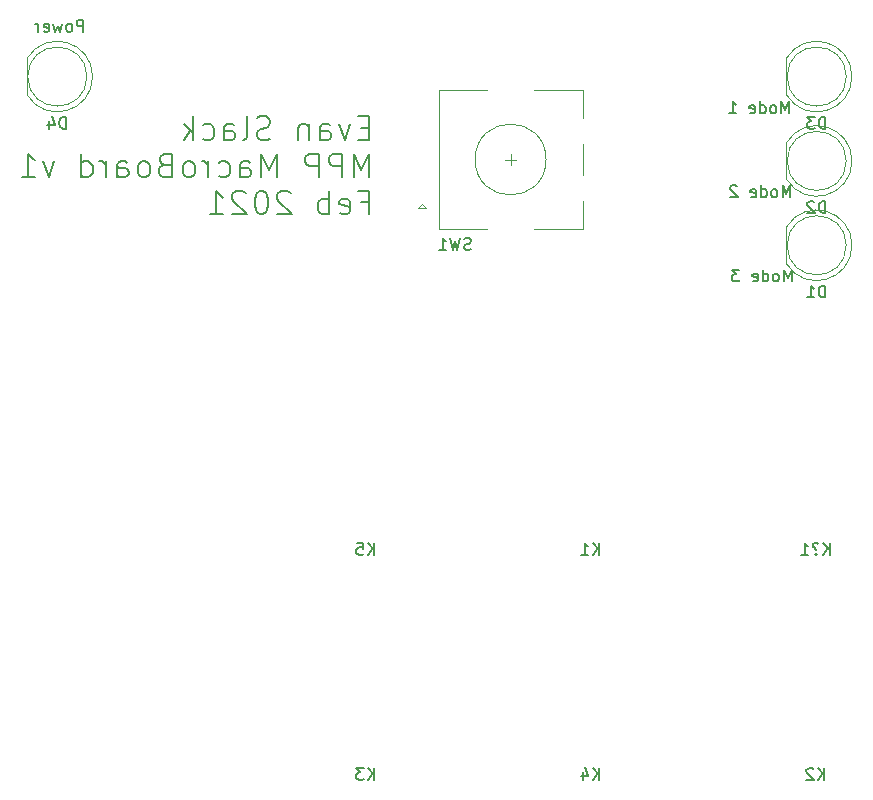
<source format=gbo>
%TF.GenerationSoftware,KiCad,Pcbnew,(5.1.9)-1*%
%TF.CreationDate,2021-02-07T17:12:47-05:00*%
%TF.ProjectId,MacroBoard,4d616372-6f42-46f6-9172-642e6b696361,rev?*%
%TF.SameCoordinates,Original*%
%TF.FileFunction,Legend,Bot*%
%TF.FilePolarity,Positive*%
%FSLAX46Y46*%
G04 Gerber Fmt 4.6, Leading zero omitted, Abs format (unit mm)*
G04 Created by KiCad (PCBNEW (5.1.9)-1) date 2021-02-07 17:12:47*
%MOMM*%
%LPD*%
G01*
G04 APERTURE LIST*
%ADD10C,0.150000*%
%ADD11C,0.120000*%
%ADD12C,0.200000*%
G04 APERTURE END LIST*
D10*
X183723809Y-55452380D02*
X183723809Y-54452380D01*
X183390476Y-55166666D01*
X183057142Y-54452380D01*
X183057142Y-55452380D01*
X182438095Y-55452380D02*
X182533333Y-55404761D01*
X182580952Y-55357142D01*
X182628571Y-55261904D01*
X182628571Y-54976190D01*
X182580952Y-54880952D01*
X182533333Y-54833333D01*
X182438095Y-54785714D01*
X182295238Y-54785714D01*
X182200000Y-54833333D01*
X182152380Y-54880952D01*
X182104761Y-54976190D01*
X182104761Y-55261904D01*
X182152380Y-55357142D01*
X182200000Y-55404761D01*
X182295238Y-55452380D01*
X182438095Y-55452380D01*
X181247619Y-55452380D02*
X181247619Y-54452380D01*
X181247619Y-55404761D02*
X181342857Y-55452380D01*
X181533333Y-55452380D01*
X181628571Y-55404761D01*
X181676190Y-55357142D01*
X181723809Y-55261904D01*
X181723809Y-54976190D01*
X181676190Y-54880952D01*
X181628571Y-54833333D01*
X181533333Y-54785714D01*
X181342857Y-54785714D01*
X181247619Y-54833333D01*
X180390476Y-55404761D02*
X180485714Y-55452380D01*
X180676190Y-55452380D01*
X180771428Y-55404761D01*
X180819047Y-55309523D01*
X180819047Y-54928571D01*
X180771428Y-54833333D01*
X180676190Y-54785714D01*
X180485714Y-54785714D01*
X180390476Y-54833333D01*
X180342857Y-54928571D01*
X180342857Y-55023809D01*
X180819047Y-55119047D01*
X179247619Y-54452380D02*
X178628571Y-54452380D01*
X178961904Y-54833333D01*
X178819047Y-54833333D01*
X178723809Y-54880952D01*
X178676190Y-54928571D01*
X178628571Y-55023809D01*
X178628571Y-55261904D01*
X178676190Y-55357142D01*
X178723809Y-55404761D01*
X178819047Y-55452380D01*
X179104761Y-55452380D01*
X179200000Y-55404761D01*
X179247619Y-55357142D01*
X183593809Y-48312380D02*
X183593809Y-47312380D01*
X183260476Y-48026666D01*
X182927142Y-47312380D01*
X182927142Y-48312380D01*
X182308095Y-48312380D02*
X182403333Y-48264761D01*
X182450952Y-48217142D01*
X182498571Y-48121904D01*
X182498571Y-47836190D01*
X182450952Y-47740952D01*
X182403333Y-47693333D01*
X182308095Y-47645714D01*
X182165238Y-47645714D01*
X182070000Y-47693333D01*
X182022380Y-47740952D01*
X181974761Y-47836190D01*
X181974761Y-48121904D01*
X182022380Y-48217142D01*
X182070000Y-48264761D01*
X182165238Y-48312380D01*
X182308095Y-48312380D01*
X181117619Y-48312380D02*
X181117619Y-47312380D01*
X181117619Y-48264761D02*
X181212857Y-48312380D01*
X181403333Y-48312380D01*
X181498571Y-48264761D01*
X181546190Y-48217142D01*
X181593809Y-48121904D01*
X181593809Y-47836190D01*
X181546190Y-47740952D01*
X181498571Y-47693333D01*
X181403333Y-47645714D01*
X181212857Y-47645714D01*
X181117619Y-47693333D01*
X180260476Y-48264761D02*
X180355714Y-48312380D01*
X180546190Y-48312380D01*
X180641428Y-48264761D01*
X180689047Y-48169523D01*
X180689047Y-47788571D01*
X180641428Y-47693333D01*
X180546190Y-47645714D01*
X180355714Y-47645714D01*
X180260476Y-47693333D01*
X180212857Y-47788571D01*
X180212857Y-47883809D01*
X180689047Y-47979047D01*
X179070000Y-47407619D02*
X179022380Y-47360000D01*
X178927142Y-47312380D01*
X178689047Y-47312380D01*
X178593809Y-47360000D01*
X178546190Y-47407619D01*
X178498571Y-47502857D01*
X178498571Y-47598095D01*
X178546190Y-47740952D01*
X179117619Y-48312380D01*
X178498571Y-48312380D01*
X183503809Y-41212380D02*
X183503809Y-40212380D01*
X183170476Y-40926666D01*
X182837142Y-40212380D01*
X182837142Y-41212380D01*
X182218095Y-41212380D02*
X182313333Y-41164761D01*
X182360952Y-41117142D01*
X182408571Y-41021904D01*
X182408571Y-40736190D01*
X182360952Y-40640952D01*
X182313333Y-40593333D01*
X182218095Y-40545714D01*
X182075238Y-40545714D01*
X181980000Y-40593333D01*
X181932380Y-40640952D01*
X181884761Y-40736190D01*
X181884761Y-41021904D01*
X181932380Y-41117142D01*
X181980000Y-41164761D01*
X182075238Y-41212380D01*
X182218095Y-41212380D01*
X181027619Y-41212380D02*
X181027619Y-40212380D01*
X181027619Y-41164761D02*
X181122857Y-41212380D01*
X181313333Y-41212380D01*
X181408571Y-41164761D01*
X181456190Y-41117142D01*
X181503809Y-41021904D01*
X181503809Y-40736190D01*
X181456190Y-40640952D01*
X181408571Y-40593333D01*
X181313333Y-40545714D01*
X181122857Y-40545714D01*
X181027619Y-40593333D01*
X180170476Y-41164761D02*
X180265714Y-41212380D01*
X180456190Y-41212380D01*
X180551428Y-41164761D01*
X180599047Y-41069523D01*
X180599047Y-40688571D01*
X180551428Y-40593333D01*
X180456190Y-40545714D01*
X180265714Y-40545714D01*
X180170476Y-40593333D01*
X180122857Y-40688571D01*
X180122857Y-40783809D01*
X180599047Y-40879047D01*
X178408571Y-41212380D02*
X178980000Y-41212380D01*
X178694285Y-41212380D02*
X178694285Y-40212380D01*
X178789523Y-40355238D01*
X178884761Y-40450476D01*
X178980000Y-40498095D01*
X123736190Y-34302380D02*
X123736190Y-33302380D01*
X123355238Y-33302380D01*
X123260000Y-33350000D01*
X123212380Y-33397619D01*
X123164761Y-33492857D01*
X123164761Y-33635714D01*
X123212380Y-33730952D01*
X123260000Y-33778571D01*
X123355238Y-33826190D01*
X123736190Y-33826190D01*
X122593333Y-34302380D02*
X122688571Y-34254761D01*
X122736190Y-34207142D01*
X122783809Y-34111904D01*
X122783809Y-33826190D01*
X122736190Y-33730952D01*
X122688571Y-33683333D01*
X122593333Y-33635714D01*
X122450476Y-33635714D01*
X122355238Y-33683333D01*
X122307619Y-33730952D01*
X122260000Y-33826190D01*
X122260000Y-34111904D01*
X122307619Y-34207142D01*
X122355238Y-34254761D01*
X122450476Y-34302380D01*
X122593333Y-34302380D01*
X121926666Y-33635714D02*
X121736190Y-34302380D01*
X121545714Y-33826190D01*
X121355238Y-34302380D01*
X121164761Y-33635714D01*
X120402857Y-34254761D02*
X120498095Y-34302380D01*
X120688571Y-34302380D01*
X120783809Y-34254761D01*
X120831428Y-34159523D01*
X120831428Y-33778571D01*
X120783809Y-33683333D01*
X120688571Y-33635714D01*
X120498095Y-33635714D01*
X120402857Y-33683333D01*
X120355238Y-33778571D01*
X120355238Y-33873809D01*
X120831428Y-33969047D01*
X119926666Y-34302380D02*
X119926666Y-33635714D01*
X119926666Y-33826190D02*
X119879047Y-33730952D01*
X119831428Y-33683333D01*
X119736190Y-33635714D01*
X119640952Y-33635714D01*
X147936309Y-42427142D02*
X147269642Y-42427142D01*
X146983928Y-43474761D02*
X147936309Y-43474761D01*
X147936309Y-41474761D01*
X146983928Y-41474761D01*
X146317261Y-42141428D02*
X145841071Y-43474761D01*
X145364880Y-42141428D01*
X143745833Y-43474761D02*
X143745833Y-42427142D01*
X143841071Y-42236666D01*
X144031547Y-42141428D01*
X144412500Y-42141428D01*
X144602976Y-42236666D01*
X143745833Y-43379523D02*
X143936309Y-43474761D01*
X144412500Y-43474761D01*
X144602976Y-43379523D01*
X144698214Y-43189047D01*
X144698214Y-42998571D01*
X144602976Y-42808095D01*
X144412500Y-42712857D01*
X143936309Y-42712857D01*
X143745833Y-42617619D01*
X142793452Y-42141428D02*
X142793452Y-43474761D01*
X142793452Y-42331904D02*
X142698214Y-42236666D01*
X142507738Y-42141428D01*
X142222023Y-42141428D01*
X142031547Y-42236666D01*
X141936309Y-42427142D01*
X141936309Y-43474761D01*
X139555357Y-43379523D02*
X139269642Y-43474761D01*
X138793452Y-43474761D01*
X138602976Y-43379523D01*
X138507738Y-43284285D01*
X138412500Y-43093809D01*
X138412500Y-42903333D01*
X138507738Y-42712857D01*
X138602976Y-42617619D01*
X138793452Y-42522380D01*
X139174404Y-42427142D01*
X139364880Y-42331904D01*
X139460119Y-42236666D01*
X139555357Y-42046190D01*
X139555357Y-41855714D01*
X139460119Y-41665238D01*
X139364880Y-41570000D01*
X139174404Y-41474761D01*
X138698214Y-41474761D01*
X138412500Y-41570000D01*
X137269642Y-43474761D02*
X137460119Y-43379523D01*
X137555357Y-43189047D01*
X137555357Y-41474761D01*
X135650595Y-43474761D02*
X135650595Y-42427142D01*
X135745833Y-42236666D01*
X135936309Y-42141428D01*
X136317261Y-42141428D01*
X136507738Y-42236666D01*
X135650595Y-43379523D02*
X135841071Y-43474761D01*
X136317261Y-43474761D01*
X136507738Y-43379523D01*
X136602976Y-43189047D01*
X136602976Y-42998571D01*
X136507738Y-42808095D01*
X136317261Y-42712857D01*
X135841071Y-42712857D01*
X135650595Y-42617619D01*
X133841071Y-43379523D02*
X134031547Y-43474761D01*
X134412500Y-43474761D01*
X134602976Y-43379523D01*
X134698214Y-43284285D01*
X134793452Y-43093809D01*
X134793452Y-42522380D01*
X134698214Y-42331904D01*
X134602976Y-42236666D01*
X134412500Y-42141428D01*
X134031547Y-42141428D01*
X133841071Y-42236666D01*
X132983928Y-43474761D02*
X132983928Y-41474761D01*
X132793452Y-42712857D02*
X132222023Y-43474761D01*
X132222023Y-42141428D02*
X132983928Y-42903333D01*
X147936309Y-46624761D02*
X147936309Y-44624761D01*
X147269642Y-46053333D01*
X146602976Y-44624761D01*
X146602976Y-46624761D01*
X145650595Y-46624761D02*
X145650595Y-44624761D01*
X144888690Y-44624761D01*
X144698214Y-44720000D01*
X144602976Y-44815238D01*
X144507738Y-45005714D01*
X144507738Y-45291428D01*
X144602976Y-45481904D01*
X144698214Y-45577142D01*
X144888690Y-45672380D01*
X145650595Y-45672380D01*
X143650595Y-46624761D02*
X143650595Y-44624761D01*
X142888690Y-44624761D01*
X142698214Y-44720000D01*
X142602976Y-44815238D01*
X142507738Y-45005714D01*
X142507738Y-45291428D01*
X142602976Y-45481904D01*
X142698214Y-45577142D01*
X142888690Y-45672380D01*
X143650595Y-45672380D01*
X140126785Y-46624761D02*
X140126785Y-44624761D01*
X139460119Y-46053333D01*
X138793452Y-44624761D01*
X138793452Y-46624761D01*
X136983928Y-46624761D02*
X136983928Y-45577142D01*
X137079166Y-45386666D01*
X137269642Y-45291428D01*
X137650595Y-45291428D01*
X137841071Y-45386666D01*
X136983928Y-46529523D02*
X137174404Y-46624761D01*
X137650595Y-46624761D01*
X137841071Y-46529523D01*
X137936309Y-46339047D01*
X137936309Y-46148571D01*
X137841071Y-45958095D01*
X137650595Y-45862857D01*
X137174404Y-45862857D01*
X136983928Y-45767619D01*
X135174404Y-46529523D02*
X135364880Y-46624761D01*
X135745833Y-46624761D01*
X135936309Y-46529523D01*
X136031547Y-46434285D01*
X136126785Y-46243809D01*
X136126785Y-45672380D01*
X136031547Y-45481904D01*
X135936309Y-45386666D01*
X135745833Y-45291428D01*
X135364880Y-45291428D01*
X135174404Y-45386666D01*
X134317261Y-46624761D02*
X134317261Y-45291428D01*
X134317261Y-45672380D02*
X134222023Y-45481904D01*
X134126785Y-45386666D01*
X133936309Y-45291428D01*
X133745833Y-45291428D01*
X132793452Y-46624761D02*
X132983928Y-46529523D01*
X133079166Y-46434285D01*
X133174404Y-46243809D01*
X133174404Y-45672380D01*
X133079166Y-45481904D01*
X132983928Y-45386666D01*
X132793452Y-45291428D01*
X132507738Y-45291428D01*
X132317261Y-45386666D01*
X132222023Y-45481904D01*
X132126785Y-45672380D01*
X132126785Y-46243809D01*
X132222023Y-46434285D01*
X132317261Y-46529523D01*
X132507738Y-46624761D01*
X132793452Y-46624761D01*
X130602976Y-45577142D02*
X130317261Y-45672380D01*
X130222023Y-45767619D01*
X130126785Y-45958095D01*
X130126785Y-46243809D01*
X130222023Y-46434285D01*
X130317261Y-46529523D01*
X130507738Y-46624761D01*
X131269642Y-46624761D01*
X131269642Y-44624761D01*
X130602976Y-44624761D01*
X130412500Y-44720000D01*
X130317261Y-44815238D01*
X130222023Y-45005714D01*
X130222023Y-45196190D01*
X130317261Y-45386666D01*
X130412500Y-45481904D01*
X130602976Y-45577142D01*
X131269642Y-45577142D01*
X128983928Y-46624761D02*
X129174404Y-46529523D01*
X129269642Y-46434285D01*
X129364880Y-46243809D01*
X129364880Y-45672380D01*
X129269642Y-45481904D01*
X129174404Y-45386666D01*
X128983928Y-45291428D01*
X128698214Y-45291428D01*
X128507738Y-45386666D01*
X128412500Y-45481904D01*
X128317261Y-45672380D01*
X128317261Y-46243809D01*
X128412500Y-46434285D01*
X128507738Y-46529523D01*
X128698214Y-46624761D01*
X128983928Y-46624761D01*
X126602976Y-46624761D02*
X126602976Y-45577142D01*
X126698214Y-45386666D01*
X126888690Y-45291428D01*
X127269642Y-45291428D01*
X127460119Y-45386666D01*
X126602976Y-46529523D02*
X126793452Y-46624761D01*
X127269642Y-46624761D01*
X127460119Y-46529523D01*
X127555357Y-46339047D01*
X127555357Y-46148571D01*
X127460119Y-45958095D01*
X127269642Y-45862857D01*
X126793452Y-45862857D01*
X126602976Y-45767619D01*
X125650595Y-46624761D02*
X125650595Y-45291428D01*
X125650595Y-45672380D02*
X125555357Y-45481904D01*
X125460119Y-45386666D01*
X125269642Y-45291428D01*
X125079166Y-45291428D01*
X123555357Y-46624761D02*
X123555357Y-44624761D01*
X123555357Y-46529523D02*
X123745833Y-46624761D01*
X124126785Y-46624761D01*
X124317261Y-46529523D01*
X124412500Y-46434285D01*
X124507738Y-46243809D01*
X124507738Y-45672380D01*
X124412500Y-45481904D01*
X124317261Y-45386666D01*
X124126785Y-45291428D01*
X123745833Y-45291428D01*
X123555357Y-45386666D01*
X121269642Y-45291428D02*
X120793452Y-46624761D01*
X120317261Y-45291428D01*
X118507738Y-46624761D02*
X119650595Y-46624761D01*
X119079166Y-46624761D02*
X119079166Y-44624761D01*
X119269642Y-44910476D01*
X119460119Y-45100952D01*
X119650595Y-45196190D01*
X147269642Y-48727142D02*
X147936309Y-48727142D01*
X147936309Y-49774761D02*
X147936309Y-47774761D01*
X146983928Y-47774761D01*
X145460119Y-49679523D02*
X145650595Y-49774761D01*
X146031547Y-49774761D01*
X146222023Y-49679523D01*
X146317261Y-49489047D01*
X146317261Y-48727142D01*
X146222023Y-48536666D01*
X146031547Y-48441428D01*
X145650595Y-48441428D01*
X145460119Y-48536666D01*
X145364880Y-48727142D01*
X145364880Y-48917619D01*
X146317261Y-49108095D01*
X144507738Y-49774761D02*
X144507738Y-47774761D01*
X144507738Y-48536666D02*
X144317261Y-48441428D01*
X143936309Y-48441428D01*
X143745833Y-48536666D01*
X143650595Y-48631904D01*
X143555357Y-48822380D01*
X143555357Y-49393809D01*
X143650595Y-49584285D01*
X143745833Y-49679523D01*
X143936309Y-49774761D01*
X144317261Y-49774761D01*
X144507738Y-49679523D01*
X141269642Y-47965238D02*
X141174404Y-47870000D01*
X140983928Y-47774761D01*
X140507738Y-47774761D01*
X140317261Y-47870000D01*
X140222023Y-47965238D01*
X140126785Y-48155714D01*
X140126785Y-48346190D01*
X140222023Y-48631904D01*
X141364880Y-49774761D01*
X140126785Y-49774761D01*
X138888690Y-47774761D02*
X138698214Y-47774761D01*
X138507738Y-47870000D01*
X138412500Y-47965238D01*
X138317261Y-48155714D01*
X138222023Y-48536666D01*
X138222023Y-49012857D01*
X138317261Y-49393809D01*
X138412500Y-49584285D01*
X138507738Y-49679523D01*
X138698214Y-49774761D01*
X138888690Y-49774761D01*
X139079166Y-49679523D01*
X139174404Y-49584285D01*
X139269642Y-49393809D01*
X139364880Y-49012857D01*
X139364880Y-48536666D01*
X139269642Y-48155714D01*
X139174404Y-47965238D01*
X139079166Y-47870000D01*
X138888690Y-47774761D01*
X137460119Y-47965238D02*
X137364880Y-47870000D01*
X137174404Y-47774761D01*
X136698214Y-47774761D01*
X136507738Y-47870000D01*
X136412500Y-47965238D01*
X136317261Y-48155714D01*
X136317261Y-48346190D01*
X136412500Y-48631904D01*
X137555357Y-49774761D01*
X136317261Y-49774761D01*
X134412500Y-49774761D02*
X135555357Y-49774761D01*
X134983928Y-49774761D02*
X134983928Y-47774761D01*
X135174404Y-48060476D01*
X135364880Y-48250952D01*
X135555357Y-48346190D01*
D11*
%TO.C,D1*%
X183257030Y-53932500D02*
X183257030Y-50842500D01*
X188317030Y-52387500D02*
G75*
G03*
X188317030Y-52387500I-2500000J0D01*
G01*
X188807030Y-52387962D02*
G75*
G03*
X183257030Y-50842670I-2990000J462D01*
G01*
X188807030Y-52387038D02*
G75*
G02*
X183257030Y-53932330I-2990000J-462D01*
G01*
%TO.C,D2*%
X188317030Y-45243788D02*
G75*
G03*
X188317030Y-45243788I-2500000J0D01*
G01*
X183257030Y-46788788D02*
X183257030Y-43698788D01*
X188807030Y-45243326D02*
G75*
G02*
X183257030Y-46788618I-2990000J-462D01*
G01*
X188807030Y-45244250D02*
G75*
G03*
X183257030Y-43698958I-2990000J462D01*
G01*
%TO.C,D3*%
X183257030Y-39645000D02*
X183257030Y-36555000D01*
X188317030Y-38100000D02*
G75*
G03*
X188317030Y-38100000I-2500000J0D01*
G01*
X188807030Y-38100462D02*
G75*
G03*
X183257030Y-36555170I-2990000J462D01*
G01*
X188807030Y-38099538D02*
G75*
G02*
X183257030Y-39644830I-2990000J-462D01*
G01*
%TO.C,D4*%
X124023226Y-38100032D02*
G75*
G03*
X124023226Y-38100032I-2500000J0D01*
G01*
X118963226Y-39645032D02*
X118963226Y-36555032D01*
X124513226Y-38099570D02*
G75*
G02*
X118963226Y-39644862I-2990000J-462D01*
G01*
X124513226Y-38100494D02*
G75*
G03*
X118963226Y-36555202I-2990000J462D01*
G01*
%TO.C,SW1*%
X159400128Y-45125040D02*
X160400128Y-45125040D01*
X159900128Y-45625040D02*
X159900128Y-44625040D01*
X166000128Y-41625040D02*
X166000128Y-39225040D01*
X166000128Y-46425040D02*
X166000128Y-43825040D01*
X166000128Y-51025040D02*
X166000128Y-48625040D01*
X152700128Y-49225040D02*
X152400128Y-48925040D01*
X152100128Y-49225040D02*
X152700128Y-49225040D01*
X152400128Y-48925040D02*
X152100128Y-49225040D01*
X153800128Y-51025040D02*
X153800128Y-39225040D01*
X157900128Y-51025040D02*
X153800128Y-51025040D01*
X157900128Y-39225040D02*
X153800128Y-39225040D01*
X166000128Y-39225040D02*
X161900128Y-39225040D01*
X161900128Y-51025040D02*
X166000128Y-51025040D01*
X162900128Y-45125040D02*
G75*
G03*
X162900128Y-45125040I-3000000J0D01*
G01*
%TO.C, *%
D10*
%TO.C,D1*%
X186555125Y-56799880D02*
X186555125Y-55799880D01*
X186317030Y-55799880D01*
X186174172Y-55847500D01*
X186078934Y-55942738D01*
X186031315Y-56037976D01*
X185983696Y-56228452D01*
X185983696Y-56371309D01*
X186031315Y-56561785D01*
X186078934Y-56657023D01*
X186174172Y-56752261D01*
X186317030Y-56799880D01*
X186555125Y-56799880D01*
X185031315Y-56799880D02*
X185602744Y-56799880D01*
X185317030Y-56799880D02*
X185317030Y-55799880D01*
X185412268Y-55942738D01*
X185507506Y-56037976D01*
X185602744Y-56085595D01*
%TO.C,D2*%
X186555125Y-49656168D02*
X186555125Y-48656168D01*
X186317030Y-48656168D01*
X186174172Y-48703788D01*
X186078934Y-48799026D01*
X186031315Y-48894264D01*
X185983696Y-49084740D01*
X185983696Y-49227597D01*
X186031315Y-49418073D01*
X186078934Y-49513311D01*
X186174172Y-49608549D01*
X186317030Y-49656168D01*
X186555125Y-49656168D01*
X185602744Y-48751407D02*
X185555125Y-48703788D01*
X185459887Y-48656168D01*
X185221791Y-48656168D01*
X185126553Y-48703788D01*
X185078934Y-48751407D01*
X185031315Y-48846645D01*
X185031315Y-48941883D01*
X185078934Y-49084740D01*
X185650363Y-49656168D01*
X185031315Y-49656168D01*
%TO.C,D3*%
X186555125Y-42512380D02*
X186555125Y-41512380D01*
X186317030Y-41512380D01*
X186174172Y-41560000D01*
X186078934Y-41655238D01*
X186031315Y-41750476D01*
X185983696Y-41940952D01*
X185983696Y-42083809D01*
X186031315Y-42274285D01*
X186078934Y-42369523D01*
X186174172Y-42464761D01*
X186317030Y-42512380D01*
X186555125Y-42512380D01*
X185650363Y-41512380D02*
X185031315Y-41512380D01*
X185364649Y-41893333D01*
X185221791Y-41893333D01*
X185126553Y-41940952D01*
X185078934Y-41988571D01*
X185031315Y-42083809D01*
X185031315Y-42321904D01*
X185078934Y-42417142D01*
X185126553Y-42464761D01*
X185221791Y-42512380D01*
X185507506Y-42512380D01*
X185602744Y-42464761D01*
X185650363Y-42417142D01*
%TO.C,D4*%
X122261321Y-42512412D02*
X122261321Y-41512412D01*
X122023226Y-41512412D01*
X121880368Y-41560032D01*
X121785130Y-41655270D01*
X121737511Y-41750508D01*
X121689892Y-41940984D01*
X121689892Y-42083841D01*
X121737511Y-42274317D01*
X121785130Y-42369555D01*
X121880368Y-42464793D01*
X122023226Y-42512412D01*
X122261321Y-42512412D01*
X120832749Y-41845746D02*
X120832749Y-42512412D01*
X121070845Y-41464793D02*
X121308940Y-42179079D01*
X120689892Y-42179079D01*
%TO.C,K1*%
D12*
X167425595Y-78589130D02*
X167425595Y-77589130D01*
X166854166Y-78589130D02*
X167282738Y-78017702D01*
X166854166Y-77589130D02*
X167425595Y-78160559D01*
X165901785Y-78589130D02*
X166473214Y-78589130D01*
X166187500Y-78589130D02*
X166187500Y-77589130D01*
X166282738Y-77731988D01*
X166377976Y-77827226D01*
X166473214Y-77874845D01*
%TO.C,K2*%
X186475595Y-97639130D02*
X186475595Y-96639130D01*
X185904166Y-97639130D02*
X186332738Y-97067702D01*
X185904166Y-96639130D02*
X186475595Y-97210559D01*
X185523214Y-96734369D02*
X185475595Y-96686750D01*
X185380357Y-96639130D01*
X185142261Y-96639130D01*
X185047023Y-96686750D01*
X184999404Y-96734369D01*
X184951785Y-96829607D01*
X184951785Y-96924845D01*
X184999404Y-97067702D01*
X185570833Y-97639130D01*
X184951785Y-97639130D01*
%TO.C,K3*%
X148375595Y-97639130D02*
X148375595Y-96639130D01*
X147804166Y-97639130D02*
X148232738Y-97067702D01*
X147804166Y-96639130D02*
X148375595Y-97210559D01*
X147470833Y-96639130D02*
X146851785Y-96639130D01*
X147185119Y-97020083D01*
X147042261Y-97020083D01*
X146947023Y-97067702D01*
X146899404Y-97115321D01*
X146851785Y-97210559D01*
X146851785Y-97448654D01*
X146899404Y-97543892D01*
X146947023Y-97591511D01*
X147042261Y-97639130D01*
X147327976Y-97639130D01*
X147423214Y-97591511D01*
X147470833Y-97543892D01*
%TO.C,K4*%
X167425595Y-97639130D02*
X167425595Y-96639130D01*
X166854166Y-97639130D02*
X167282738Y-97067702D01*
X166854166Y-96639130D02*
X167425595Y-97210559D01*
X165997023Y-96972464D02*
X165997023Y-97639130D01*
X166235119Y-96591511D02*
X166473214Y-97305797D01*
X165854166Y-97305797D01*
%TO.C,K5*%
X148375595Y-78589130D02*
X148375595Y-77589130D01*
X147804166Y-78589130D02*
X148232738Y-78017702D01*
X147804166Y-77589130D02*
X148375595Y-78160559D01*
X146899404Y-77589130D02*
X147375595Y-77589130D01*
X147423214Y-78065321D01*
X147375595Y-78017702D01*
X147280357Y-77970083D01*
X147042261Y-77970083D01*
X146947023Y-78017702D01*
X146899404Y-78065321D01*
X146851785Y-78160559D01*
X146851785Y-78398654D01*
X146899404Y-78493892D01*
X146947023Y-78541511D01*
X147042261Y-78589130D01*
X147280357Y-78589130D01*
X147375595Y-78541511D01*
X147423214Y-78493892D01*
%TO.C,K?1*%
X186904166Y-78589130D02*
X186904166Y-77589130D01*
X186332738Y-78589130D02*
X186761309Y-78017702D01*
X186332738Y-77589130D02*
X186904166Y-78160559D01*
X185761309Y-78493892D02*
X185713690Y-78541511D01*
X185761309Y-78589130D01*
X185808928Y-78541511D01*
X185761309Y-78493892D01*
X185761309Y-78589130D01*
X185951785Y-77636750D02*
X185856547Y-77589130D01*
X185618452Y-77589130D01*
X185523214Y-77636750D01*
X185475595Y-77731988D01*
X185475595Y-77827226D01*
X185523214Y-77922464D01*
X185570833Y-77970083D01*
X185666071Y-78017702D01*
X185713690Y-78065321D01*
X185761309Y-78160559D01*
X185761309Y-78208178D01*
X184523214Y-78589130D02*
X185094642Y-78589130D01*
X184808928Y-78589130D02*
X184808928Y-77589130D01*
X184904166Y-77731988D01*
X184999404Y-77827226D01*
X185094642Y-77874845D01*
%TO.C,SW1*%
D10*
X156533461Y-52729801D02*
X156390604Y-52777420D01*
X156152508Y-52777420D01*
X156057270Y-52729801D01*
X156009651Y-52682182D01*
X155962032Y-52586944D01*
X155962032Y-52491706D01*
X156009651Y-52396468D01*
X156057270Y-52348849D01*
X156152508Y-52301230D01*
X156342985Y-52253611D01*
X156438223Y-52205992D01*
X156485842Y-52158373D01*
X156533461Y-52063135D01*
X156533461Y-51967897D01*
X156485842Y-51872659D01*
X156438223Y-51825040D01*
X156342985Y-51777420D01*
X156104889Y-51777420D01*
X155962032Y-51825040D01*
X155628699Y-51777420D02*
X155390604Y-52777420D01*
X155200128Y-52063135D01*
X155009651Y-52777420D01*
X154771556Y-51777420D01*
X153866794Y-52777420D02*
X154438223Y-52777420D01*
X154152508Y-52777420D02*
X154152508Y-51777420D01*
X154247747Y-51920278D01*
X154342985Y-52015516D01*
X154438223Y-52063135D01*
%TD*%
M02*

</source>
